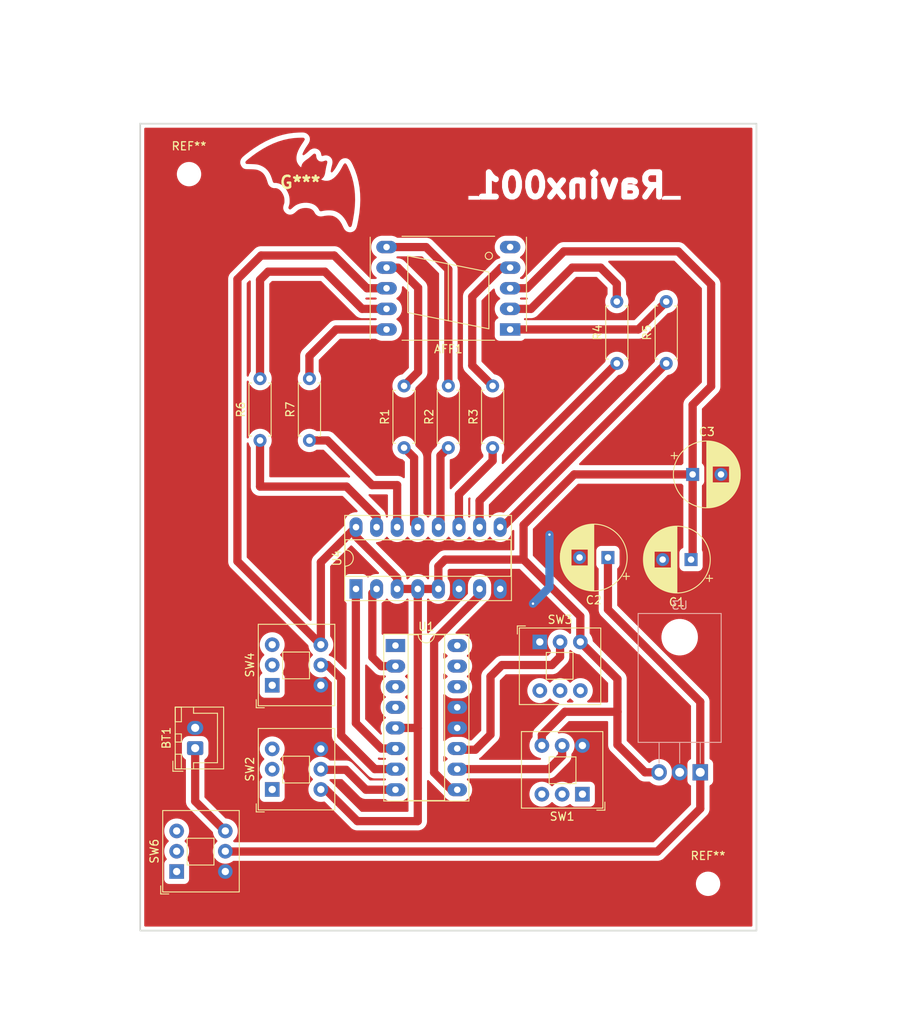
<source format=kicad_pcb>
(kicad_pcb (version 20241229) (generator "pcbnew") (generator_version "9.0")
  (layers (0 "F.Cu" signal) (2 "B.Cu" signal) (13 "F.Paste" user) (15 "B.Paste" user) (5 "F.SilkS" user "F.Silkscreen") (7 "B.SilkS" user "B.Silkscreen") (1 "F.Mask" user) (3 "B.Mask" user) (25 "Edge.Cuts" user))
  (net 0 "")
  (net 1 "Net-(AFF1-f)")
  (net 2 "Net-(AFF1-b)")
  (net 3 "GND")
  (net 4 "Net-(AFF1-a)")
  (net 5 "Net-(AFF1-e)")
  (net 6 "Net-(AFF1-g)")
  (net 7 "Net-(AFF1-d)")
  (net 8 "Net-(AFF1-c)")
  (net 9 "+5V")
  (net 10 "Net-(U1-S1)")
  (net 11 "Net-(BT1-+)")
  (net 12 "Net-(U4-~{a})")
  (net 13 "Net-(U4-~{b})")
  (net 14 "Net-(U4-~{c})")
  (net 15 "Net-(U4-~{d})")
  (net 16 "Net-(U4-~{e})")
  (net 17 "Net-(U4-~{f})")
  (net 18 "Net-(U4-~{g})")
  (net 20 "unconnected-(SW1-A-Pad1)")
  (net 21 "unconnected-(SW1-B-Pad2)")
  (net 22 "Net-(U1-A1)")
  (net 26 "Net-(U1-A2)")
  (net 30 "Net-(U1-B1)")
  (net 32 "Net-(U1-B2)")
  (net 35 "Net-(U1-S2)")
  (net 42 "Net-(U1-S3)")
  (net 43 "Net-(U3-VI)")
  (footprint "Capacitor_THT:CP_Radial_D8.0mm_P3.50mm" (layer "F.Cu") (at 164.847349 91)
    (property "Reference" "C3" (at 1.75 -5.25 0) (layer "F.SilkS"))
    (property "Value" "0.1u")
    (pad "1" thru_hole rect (at 0 0) (size 1.6 1.6) (drill 0.8) (layers "*.Cu" "*.Mask") (net 9 "+5V"))
    (pad "2" thru_hole circle (at 3.5 0) (size 1.6 1.6) (drill 0.8) (layers "*.Cu" "*.Mask") (net 3 "GND"))
  )
  (footprint "Button_Switch_THT:SW_Push_2P2T_Toggle_CK_PVA2xxH2xxxxxxV2" (layer "F.Cu") (at 151.257 130.429 180)
    (property "Reference" "SW1" (at 2.5 -2.75 0) (layer "F.SilkS"))
    (property "Value" "A0")
    (pad "1" thru_hole rect (at 0 0 180) (size 1.8 1.8) (drill 0.9) (layers "*.Cu" "*.Mask") (net 20 "unconnected-(SW1-A-Pad1)"))
    (pad "2" thru_hole circle (at 2.5 0 180) (size 1.8 1.8) (drill 0.9) (layers "*.Cu" "*.Mask") (net 21 "unconnected-(SW1-B-Pad2)"))
    (pad "3" thru_hole circle (at 5 0 180) (size 1.8 1.8) (drill 0.9) (layers "*.Cu" "*.Mask"))
    (pad "4" thru_hole circle (at 0 6 180) (size 1.8 1.8) (drill 0.9) (layers "*.Cu" "*.Mask") (net 3 "GND"))
    (pad "5" thru_hole circle (at 2.5 6 180) (size 1.8 1.8) (drill 0.9) (layers "*.Cu" "*.Mask") (net 22 "Net-(U1-A1)"))
    (pad "6" thru_hole circle (at 5 6 180) (size 1.8 1.8) (drill 0.9) (layers "*.Cu" "*.Mask") (net 9 "+5V"))
  )
  (footprint "Resistor_THT:R_Axial_DIN0207_L6.3mm_D2.5mm_P7.62mm_Horizontal" (layer "F.Cu") (at 161.5928 77.31 90)
    (property "Reference" "R5" (at 3.81 -2.37 270) (layer "F.SilkS"))
    (property "Value" "200R")
    (pad "1" thru_hole circle (at 0 0 90) (size 1.6 1.6) (drill 0.8) (layers "*.Cu" "*.Mask") (net 16 "Net-(U4-~{e})"))
    (pad "2" thru_hole oval (at 7.62 0 90) (size 1.6 1.6) (drill 0.8) (layers "*.Cu" "*.Mask") (net 5 "Net-(AFF1-e)"))
  )
  (footprint "Resistor_THT:R_Axial_DIN0207_L6.3mm_D2.5mm_P7.62mm_Horizontal" (layer "F.Cu") (at 134.7216 87.7062 90)
    (property "Reference" "R2" (at 3.81 -2.37 270) (layer "F.SilkS"))
    (property "Value" "200R")
    (pad "1" thru_hole circle (at 0 0 90) (size 1.6 1.6) (drill 0.8) (layers "*.Cu" "*.Mask") (net 13 "Net-(U4-~{b})"))
    (pad "2" thru_hole oval (at 7.62 0 90) (size 1.6 1.6) (drill 0.8) (layers "*.Cu" "*.Mask") (net 2 "Net-(AFF1-b)"))
  )
  (footprint "Connector_JST:JST_XH_B2B-XH-A_1x02_P2.50mm_Vertical" (layer "F.Cu") (at 103.5 124.75 90)
    (property "Reference" "BT1" (at 1.25 -3.55 270) (layer "F.SilkS"))
    (property "Value" "9V")
    (pad "1" thru_hole roundrect (at 0 0 90) (size 1.7 2) (drill 1) (layers "*.Cu" "*.Mask") (roundrect_rratio 0.147059) (net 11 "Net-(BT1-+)"))
    (pad "2" thru_hole oval (at 2.5 0 90) (size 1.7 2) (drill 1) (layers "*.Cu" "*.Mask") (net 3 "GND"))
  )
  (footprint "LOGO" (layer "F.Cu") (at 116.459 54.991)
    (property "Reference" "G***" (at 0 0 0) (layer "F.SilkS") (effects (font (size 1.5 1.5) (thickness 0.3))))
    (property "Value" "LOGO" (hide yes))
    (fp_poly (pts (xy 0.280837 -5.512633) (xy 0.352647 -5.50829) (xy 0.401558 -5.499328) (xy 0.4365 -5.485077) (xy 0.466406 -5.464868) (xy 0.476616 -5.456838) (xy 0.527767 -5.406311) (xy 0.55225 -5.351128) (xy 0.547958 -5.283282) (xy 0.512781 -5.194767) (xy 0.44461 -5.077576) (xy 0.341336 -4.923702) (xy 0.333047 -4.911795) (xy 0.09641 -4.555232) (xy -0.096001 -4.226659) (xy -0.247466 -3.919655) (xy -0.361269 -3.627801) (xy -0.415246 -3.448289) (xy -0.453439 -3.24938) (xy -0.469795 -3.035332) (xy -0.464452 -2.825275) (xy -0.437547 -2.63834) (xy -0.408675 -2.538592) (xy -0.33079 -2.369132) (xy -0.227924 -2.199883) (xy -0.113128 -2.050073) (xy -0.004163 -1.942669) (xy 0.112669 -1.848781) (xy 0.144151 -1.995576) (xy 0.20647 -2.195411) (xy 0.306251 -2.374981) (xy 0.449478 -2.542006) (xy 0.642132 -2.704208) (xy 0.754115 -2.782748) (xy 0.992619 -2.955024) (xy 1.246605 -3.16216) (xy 1.485971 -3.377913) (xy 1.590922 -3.471204) (xy 1.669635 -3.525515) (xy 1.732612 -3.547596) (xy 1.752163 -3.548961) (xy 1.85224 -3.523107) (xy 1.92394 -3.450631) (xy 1.961202 -3.339161) (xy 1.965127 -3.280991) (xy 1.989373 -3.083586) (xy 2.057904 -2.905621) (xy 2.164407 -2.756529) (xy 2.302571 -2.645747) (xy 2.425555 -2.592777) (xy 2.597052 -2.561944) (xy 2.763434 -2.575431) (xy 2.943538 -2.63495) (xy 2.957505 -2.641043) (xy 3.087709 -2.68707) (xy 3.186336 -2.692645) (xy 3.264423 -2.657631) (xy 3.2878 -2.636911) (xy 3.319032 -2.596077) (xy 3.335164 -2.544452) (xy 3.335481 -2.47272) (xy 3.319269 -2.371564) (xy 3.285814 -2.231668) (xy 3.245274 -2.082449) (xy 3.210548 -1.942694) (xy 3.173242 -1.766968) (xy 3.137787 -1.57754) (xy 3.108614 -1.39668) (xy 3.108108 -1.393188) (xy 3.066062 -1.146258) (xy 3.016257 -0.947469) (xy 2.954301 -0.786398) (xy 2.8758 -0.652622) (xy 2.776359 -0.535718) (xy 2.726816 -0.488713) (xy 2.653106 -0.42035) (xy 2.600692 -0.367748) (xy 2.581062 -0.342542) (xy 2.606661 -0.326554) (xy 2.673666 -0.29938) (xy 2.764376 -0.267968) (xy 3.045406 -0.202763) (xy 3.317263 -0.193009) (xy 3.5812 -0.239225) (xy 3.838466 -0.341933) (xy 4.090313 -0.501651) (xy 4.337992 -0.718899) (xy 4.582753 -0.994196) (xy 4.616835 -1.03737) (xy 4.722158 -1.17567) (xy 4.814066 -1.304452) (xy 4.900626 -1.436498) (xy 4.989908 -1.584588) (xy 5.089981 -1.761504) (xy 5.191455 -1.947617) (xy 5.276422 -2.100905) (xy 5.342183 -2.208525) (xy 5.394115 -2.278069) (xy 5.437597 -2.31713) (xy 5.461578 -2.328992) (xy 5.527228 -2.344976) (xy 5.584759 -2.33879) (xy 5.639696 -2.304639) (xy 5.697567 -2.236729) (xy 5.763898 -2.129267) (xy 5.844215 -1.976458) (xy 5.894171 -1.875456) (xy 6.165933 -1.257117) (xy 6.387011 -0.618157) (xy 6.557494 0.042598) (xy 6.677466 0.726322) (xy 6.747015 1.434187) (xy 6.766228 2.167366) (xy 6.73519 2.927033) (xy 6.653988 3.71436) (xy 6.52271 4.530521) (xy 6.407953 5.088799) (xy 6.36599 5.258834) (xy 6.324779 5.378409) (xy 6.27919 5.45543) (xy 6.22409 5.497801) (xy 6.154349 5.513428) (xy 6.131886 5.514087) (xy 6.049177 5.490671) (xy 5.994006 5.448094) (xy 5.95666 5.392315) (xy 5.905626 5.298434) (xy 5.849441 5.182636) (xy 5.823402 5.1246) (xy 5.632873 4.744847) (xy 5.41258 4.408576) (xy 5.164968 4.118182) (xy 4.89248 3.876063) (xy 4.59756 3.684615) (xy 4.282653 3.546233) (xy 4.181106 3.514414) (xy 3.963229 3.469948) (xy 3.707271 3.446485) (xy 3.429916 3.444014) (xy 3.147848 3.462519) (xy 2.877753 3.501987) (xy 2.812113 3.515555) (xy 2.65307 3.548371) (xy 2.539079 3.56241) (xy 2.458488 3.553926) (xy 2.399646 3.519172) (xy 2.350901 3.454402) (xy 2.300604 3.355868) (xy 2.297945 3.350215) (xy 2.20492 3.19796) (xy 2.071804 3.040786) (xy 1.913668 2.893725) (xy 1.745584 2.771815) (xy 1.680574 2.734326) (xy 1.408342 2.620269) (xy 1.104796 2.546436) (xy 0.781439 2.51295) (xy 0.449772 2.519936) (xy 0.121298 2.567517) (xy -0.192482 2.655818) (xy -0.334194 2.712568) (xy -0.52427 2.808609) (xy -0.700798 2.924789) (xy -0.881386 3.07339) (xy -0.97238 3.157644) (xy -1.092405 3.263674) (xy -1.186893 3.324565) (xy -1.264689 3.342706) (xy -1.334637 3.320485) (xy -1.394521 3.271656) (xy -1.437516 3.220942) (xy -1.459002 3.167714) (xy -1.458776 3.099296) (xy -1.436635 3.003012) (xy -1.392377 2.866186) (xy -1.387831 2.852984) (xy -1.353252 2.745444) (xy -1.330354 2.649806) (xy -1.316771 2.548427) (xy -1.310135 2.423664) (xy -1.308082 2.258429) (xy -1.316135 2.004825) (xy -1.345013 1.78071) (xy -1.399396 1.5663) (xy -1.483963 1.341815) (xy -1.568256 1.158545) (xy -1.733784 0.87037) (xy -1.930624 0.617801) (xy -2.152515 0.407335) (xy -2.393196 0.245469) (xy -2.498102 0.193663) (xy -2.631875 0.143665) (xy -2.778344 0.103513) (xy -2.919822 0.076737) (xy -3.038621 0.066867) (xy -3.103221 0.072933) (xy -3.204801 0.073338) (xy -3.298224 0.032198) (xy -3.361559 -0.039966) (xy -3.367494 -0.053845) (xy -3.387873 -0.113839) (xy -3.420222 -0.214474) (xy -3.459603 -0.340217) (xy -3.490262 -0.439954) (xy -3.630775 -0.824835) (xy -3.803376 -1.161373) (xy -4.009256 -1.451087) (xy -4.249605 -1.695497) (xy -4.525614 -1.896122) (xy -4.709089 -1.996239) (xy -4.868721 -2.06981) (xy -5.017132 -2.127434) (xy -5.165626 -2.17131) (xy -5.325505 -2.203637) (xy -5.508068 -2.226612) (xy -5.724619 -2.242433) (xy -5.986459 -2.253298) (xy -6.03896 -2.254888) (xy -6.666488 -2.273095) (xy -6.724709 -2.3512) (xy -6.76568 -2.448088) (xy -6.749339 -2.547761) (xy -6.679611 -2.642084) (xy -6.571183 -2.739304) (xy -6.423893 -2.862283) (xy -6.247309 -3.003681) (xy -6.050998 -3.156159) (xy -5.84453 -3.312378) (xy -5.637473 -3.464997) (xy -5.439394 -3.606678) (xy -5.27057 -3.722902) (xy -4.615047 -4.13768) (xy -3.966815 -4.495675) (xy -3.323024 -4.797881) (xy -2.680823 -5.045291) (xy -2.037361 -5.2389) (xy -1.38979 -5.379702) (xy -0.735257 -5.468691) (xy -0.161317 -5.504637) (xy 0.032787 -5.510137) (xy 0.177194 -5.513026)) (fill yes) (layer "F.Cu"))
  )
  (footprint "Resistor_THT:R_Axial_DIN0207_L6.3mm_D2.5mm_P7.62mm_Horizontal" (layer "F.Cu") (at 155.5 77.31 90)
    (property "Reference" "R4" (at 3.81 -2.37 270) (layer "F.SilkS"))
    (property "Value" "200R")
    (pad "1" thru_hole circle (at 0 0 90) (size 1.6 1.6) (drill 0.8) (layers "*.Cu" "*.Mask") (net 15 "Net-(U4-~{d})"))
    (pad "2" thru_hole oval (at 7.62 0 90) (size 1.6 1.6) (drill 0.8) (layers "*.Cu" "*.Mask") (net 7 "Net-(AFF1-d)"))
  )
  (footprint "MountingHole:MountingHole_2.5mm" (layer "F.Cu") (at 102.743 53.975)
    (property "Reference" "REF**" (at 0 -3.45 0) (layer "F.SilkS"))
    (property "Value" "MountingHole_2.5mm")
    (pad "" np_thru_hole circle (at 0 0) (size 2.5 2.5) (drill 2.5) (layers "*.Cu" "*.Mask"))
  )
  (footprint "Resistor_THT:R_Axial_DIN0207_L6.3mm_D2.5mm_P7.62mm_Horizontal" (layer "F.Cu") (at 129.2606 87.7062 90)
    (property "Reference" "R1" (at 3.81 -2.37 270) (layer "F.SilkS"))
    (property "Value" "200R")
    (pad "1" thru_hole circle (at 0 0 90) (size 1.6 1.6) (drill 0.8) (layers "*.Cu" "*.Mask") (net 12 "Net-(U4-~{a})"))
    (pad "2" thru_hole oval (at 7.62 0 90) (size 1.6 1.6) (drill 0.8) (layers "*.Cu" "*.Mask") (net 4 "Net-(AFF1-a)"))
  )
  (footprint "Display_7Segment:7SegmentLED_LTS6760_LTS6780" (layer "F.Cu") (at 142.3416 73.1266 180)
    (property "Reference" "AFF1" (at 7.62 -2.42 180) (layer "F.SilkS"))
    (property "Value" "LTS-6960HR")
    (pad "1" thru_hole rect (at 0 0 90) (size 1.524 2.524) (drill 0.8) (layers "*.Cu" "*.Mask") (net 5 "Net-(AFF1-e)"))
    (pad "2" thru_hole oval (at 0 2.54 90) (size 1.524 2.524) (drill 0.8) (layers "*.Cu" "*.Mask") (net 7 "Net-(AFF1-d)"))
    (pad "3" thru_hole oval (at 0 5.08 90) (size 1.524 2.524) (drill 0.8) (layers "*.Cu" "*.Mask") (net 9 "+5V"))
    (pad "4" thru_hole oval (at 0 7.62 90) (size 1.524 2.524) (drill 0.8) (layers "*.Cu" "*.Mask") (net 8 "Net-(AFF1-c)"))
    (pad "5" thru_hole oval (at 0 10.16 90) (size 1.524 2.524) (drill 0.8) (layers "*.Cu" "*.Mask"))
    (pad "6" thru_hole oval (at 15.24 10.16 90) (size 1.524 2.524) (drill 0.8) (layers "*.Cu" "*.Mask") (net 2 "Net-(AFF1-b)"))
    (pad "7" thru_hole oval (at 15.24 7.62 90) (size 1.524 2.524) (drill 0.8) (layers "*.Cu" "*.Mask") (net 4 "Net-(AFF1-a)"))
    (pad "8" thru_hole oval (at 15.24 5.08 90) (size 1.524 2.524) (drill 0.8) (layers "*.Cu" "*.Mask") (net 9 "+5V"))
    (pad "9" thru_hole oval (at 15.24 2.54 90) (size 1.524 2.524) (drill 0.8) (layers "*.Cu" "*.Mask") (net 1 "Net-(AFF1-f)"))
    (pad "10" thru_hole oval (at 15.24 0 90) (size 1.524 2.524) (drill 0.8) (layers "*.Cu" "*.Mask") (net 6 "Net-(AFF1-g)"))
  )
  (footprint "Button_Switch_THT:SW_Push_2P2T_Toggle_CK_PVA2xxH2xxxxxxV2" (layer "F.Cu") (at 101.2175 139.9635 90)
    (property "Reference" "SW6" (at 2.5 -2.75 90) (layer "F.SilkS"))
    (property "Value" "POWER")
    (pad "1" thru_hole rect (at 0 0 90) (size 1.8 1.8) (drill 0.9) (layers "*.Cu" "*.Mask"))
    (pad "2" thru_hole circle (at 2.5 0 90) (size 1.8 1.8) (drill 0.9) (layers "*.Cu" "*.Mask"))
    (pad "3" thru_hole circle (at 5 0 90) (size 1.8 1.8) (drill 0.9) (layers "*.Cu" "*.Mask"))
    (pad "4" thru_hole circle (at 0 6 90) (size 1.8 1.8) (drill 0.9) (layers "*.Cu" "*.Mask") (net 3 "GND"))
    (pad "5" thru_hole circle (at 2.5 6 90) (size 1.8 1.8) (drill 0.9) (layers "*.Cu" "*.Mask") (net 43 "Net-(U3-VI)"))
    (pad "6" thru_hole circle (at 5 6 90) (size 1.8 1.8) (drill 0.9) (layers "*.Cu" "*.Mask") (net 11 "Net-(BT1-+)"))
  )
  (footprint "Resistor_THT:R_Axial_DIN0207_L6.3mm_D2.5mm_P7.62mm_Horizontal" (layer "F.Cu") (at 111.5 86.81 90)
    (property "Reference" "R6" (at 3.81 -2.37 270) (layer "F.SilkS"))
    (property "Value" "200R")
    (pad "1" thru_hole circle (at 0 0 90) (size 1.6 1.6) (drill 0.8) (layers "*.Cu" "*.Mask") (net 17 "Net-(U4-~{f})"))
    (pad "2" thru_hole oval (at 7.62 0 90) (size 1.6 1.6) (drill 0.8) (layers "*.Cu" "*.Mask") (net 1 "Net-(AFF1-f)"))
  )
  (footprint "Resistor_THT:R_Axial_DIN0207_L6.3mm_D2.5mm_P7.62mm_Horizontal" (layer "F.Cu") (at 117.5928 86.81 90)
    (property "Reference" "R7" (at 3.81 -2.37 270) (layer "F.SilkS"))
    (property "Value" "200R")
    (pad "1" thru_hole circle (at 0 0 90) (size 1.6 1.6) (drill 0.8) (layers "*.Cu" "*.Mask") (net 18 "Net-(U4-~{g})"))
    (pad "2" thru_hole oval (at 7.62 0 90) (size 1.6 1.6) (drill 0.8) (layers "*.Cu" "*.Mask") (net 6 "Net-(AFF1-g)"))
  )
  (footprint "MountingHole:MountingHole_2.5mm" (layer "F.Cu") (at 166.751 141.478)
    (property "Reference" "REF**" (at 0 -3.45 0) (layer "F.SilkS"))
    (property "Value" "MountingHole_2.5mm")
    (pad "" np_thru_hole circle (at 0 0) (size 2.5 2.5) (drill 2.5) (layers "*.Cu" "*.Mask"))
  )
  (footprint "Button_Switch_THT:SW_Push_2P2T_Toggle_CK_PVA2xxH2xxxxxxV2" (layer "F.Cu") (at 113 117 90)
    (property "Reference" "SW4" (at 2.5 -2.75 270) (layer "F.SilkS"))
    (property "Value" "B1")
    (pad "1" thru_hole rect (at 0 0 90) (size 1.8 1.8) (drill 0.9) (layers "*.Cu" "*.Mask"))
    (pad "2" thru_hole circle (at 2.5 0 90) (size 1.8 1.8) (drill 0.9) (layers "*.Cu" "*.Mask"))
    (pad "3" thru_hole circle (at 5 0 90) (size 1.8 1.8) (drill 0.9) (layers "*.Cu" "*.Mask"))
    (pad "4" thru_hole circle (at 0 6 90) (size 1.8 1.8) (drill 0.9) (layers "*.Cu" "*.Mask") (net 3 "GND"))
    (pad "5" thru_hole circle (at 2.5 6 90) (size 1.8 1.8) (drill 0.9) (layers "*.Cu" "*.Mask") (net 32 "Net-(U1-B2)"))
    (pad "6" thru_hole circle (at 5 6 90) (size 1.8 1.8) (drill 0.9) (layers "*.Cu" "*.Mask") (net 9 "+5V"))
  )
  (footprint "Capacitor_THT:CP_Radial_D8.0mm_P3.50mm" (layer "F.Cu") (at 154.402651 101.25 180)
    (property "Reference" "C2" (at 1.75 -5.25 180) (layer "F.SilkS"))
    (property "Value" "0.22u")
    (pad "1" thru_hole rect (at 0 0 180) (size 1.6 1.6) (drill 0.8) (layers "*.Cu" "*.Mask") (net 43 "Net-(U3-VI)"))
    (pad "2" thru_hole circle (at 3.5 0 180) (size 1.6 1.6) (drill 0.8) (layers "*.Cu" "*.Mask") (net 3 "GND"))
  )
  (footprint "Package_DIP:DIP-16_W7.62mm_Socket_LongPads" (layer "F.Cu") (at 128.2 112.1)
    (property "Reference" "U1" (at 3.81 -2.33 0) (layer "F.SilkS"))
    (property "Value" "74LS83")
    (pad "1" thru_hole rect (at 0 0) (size 2.4 1.6) (drill 0.8) (layers "*.Cu" "*.Mask"))
    (pad "2" thru_hole oval (at 0 2.54) (size 2.4 1.6) (drill 0.8) (layers "*.Cu" "*.Mask") (net 42 "Net-(U1-S3)"))
    (pad "3" thru_hole oval (at 0 5.08) (size 2.4 1.6) (drill 0.8) (layers "*.Cu" "*.Mask"))
    (pad "4" thru_hole oval (at 0 7.62) (size 2.4 1.6) (drill 0.8) (layers "*.Cu" "*.Mask"))
    (pad "5" thru_hole oval (at 0 10.16) (size 2.4 1.6) (drill 0.8) (layers "*.Cu" "*.Mask") (net 9 "+5V"))
    (pad "6" thru_hole oval (at 0 12.7) (size 2.4 1.6) (drill 0.8) (layers "*.Cu" "*.Mask") (net 35 "Net-(U1-S2)"))
    (pad "7" thru_hole oval (at 0 15.24) (size 2.4 1.6) (drill 0.8) (layers "*.Cu" "*.Mask") (net 32 "Net-(U1-B2)"))
    (pad "8" thru_hole oval (at 0 17.78) (size 2.4 1.6) (drill 0.8) (layers "*.Cu" "*.Mask") (net 26 "Net-(U1-A2)"))
    (pad "9" thru_hole oval (at 7.62 17.78) (size 2.4 1.6) (drill 0.8) (layers "*.Cu" "*.Mask") (net 10 "Net-(U1-S1)"))
    (pad "10" thru_hole oval (at 7.62 15.24) (size 2.4 1.6) (drill 0.8) (layers "*.Cu" "*.Mask") (net 22 "Net-(U1-A1)"))
    (pad "11" thru_hole oval (at 7.62 12.7) (size 2.4 1.6) (drill 0.8) (layers "*.Cu" "*.Mask") (net 30 "Net-(U1-B1)"))
    (pad "12" thru_hole oval (at 7.62 10.16) (size 2.4 1.6) (drill 0.8) (layers "*.Cu" "*.Mask") (net 3 "GND"))
    (pad "13" thru_hole oval (at 7.62 7.62) (size 2.4 1.6) (drill 0.8) (layers "*.Cu" "*.Mask") (net 3 "GND"))
    (pad "14" thru_hole oval (at 7.62 5.08) (size 2.4 1.6) (drill 0.8) (layers "*.Cu" "*.Mask"))
    (pad "15" thru_hole oval (at 7.62 2.54) (size 2.4 1.6) (drill 0.8) (layers "*.Cu" "*.Mask"))
    (pad "16" thru_hole oval (at 7.62 0) (size 2.4 1.6) (drill 0.8) (layers "*.Cu" "*.Mask"))
  )
  (footprint "Button_Switch_THT:SW_Push_2P2T_Toggle_CK_PVA2xxH2xxxxxxV2" (layer "F.Cu") (at 146 111.655)
    (property "Reference" "SW3" (at 2.5 -2.75 0) (layer "F.SilkS"))
    (property "Value" "B0")
    (pad "1" thru_hole rect (at 0 0) (size 1.8 1.8) (drill 0.9) (layers "*.Cu" "*.Mask") (net 3 "GND"))
    (pad "2" thru_hole circle (at 2.5 0) (size 1.8 1.8) (drill 0.9) (layers "*.Cu" "*.Mask") (net 30 "Net-(U1-B1)"))
    (pad "3" thru_hole circle (at 5 0) (size 1.8 1.8) (drill 0.9) (layers "*.Cu" "*.Mask") (net 9 "+5V"))
    (pad "4" thru_hole circle (at 0 6) (size 1.8 1.8) (drill 0.9) (layers "*.Cu" "*.Mask"))
    (pad "5" thru_hole circle (at 2.5 6) (size 1.8 1.8) (drill 0.9) (layers "*.Cu" "*.Mask"))
    (pad "6" thru_hole circle (at 5 6) (size 1.8 1.8) (drill 0.9) (layers "*.Cu" "*.Mask"))
  )
  (footprint "Button_Switch_THT:SW_Push_2P2T_Toggle_CK_PVA2xxH2xxxxxxV2" (layer "F.Cu") (at 113 129.845 90)
    (property "Reference" "SW2" (at 2.5 -2.75 270) (layer "F.SilkS"))
    (property "Value" "A1")
    (pad "1" thru_hole rect (at 0 0 90) (size 1.8 1.8) (drill 0.9) (layers "*.Cu" "*.Mask"))
    (pad "2" thru_hole circle (at 2.5 0 90) (size 1.8 1.8) (drill 0.9) (layers "*.Cu" "*.Mask"))
    (pad "3" thru_hole circle (at 5 0 90) (size 1.8 1.8) (drill 0.9) (layers "*.Cu" "*.Mask"))
    (pad "4" thru_hole circle (at 0 6 90) (size 1.8 1.8) (drill 0.9) (layers "*.Cu" "*.Mask") (net 9 "+5V"))
    (pad "5" thru_hole circle (at 2.5 6 90) (size 1.8 1.8) (drill 0.9) (layers "*.Cu" "*.Mask") (net 26 "Net-(U1-A2)"))
    (pad "6" thru_hole circle (at 5 6 90) (size 1.8 1.8) (drill 0.9) (layers "*.Cu" "*.Mask") (net 3 "GND"))
  )
  (footprint "Capacitor_THT:CP_Radial_D8.0mm_P3.50mm" (layer "F.Cu") (at 164.652651 101.5 180)
    (property "Reference" "C1" (at 1.75 -5.25 180) (layer "F.SilkS"))
    (property "Value" "10u")
    (pad "1" thru_hole rect (at 0 0 180) (size 1.6 1.6) (drill 0.8) (layers "*.Cu" "*.Mask") (net 9 "+5V"))
    (pad "2" thru_hole circle (at 3.5 0 180) (size 1.6 1.6) (drill 0.8) (layers "*.Cu" "*.Mask") (net 3 "GND"))
  )
  (footprint "Package_DIP:DIP-16_W7.62mm_Socket_LongPads" (layer "F.Cu") (at 123.3324 105.1206 90)
    (property "Reference" "U4" (at 3.81 -2.33 270) (layer "F.SilkS"))
    (property "Value" "7447")
    (pad "1" thru_hole rect (at 0 0 90) (size 2.4 1.6) (drill 0.8) (layers "*.Cu" "*.Mask") (net 35 "Net-(U1-S2)"))
    (pad "2" thru_hole oval (at 0 2.54 90) (size 2.4 1.6) (drill 0.8) (layers "*.Cu" "*.Mask") (net 42 "Net-(U1-S3)"))
    (pad "3" thru_hole oval (at 0 5.08 90) (size 2.4 1.6) (drill 0.8) (layers "*.Cu" "*.Mask") (net 9 "+5V"))
    (pad "4" thru_hole oval (at 0 7.62 90) (size 2.4 1.6) (drill 0.8) (layers "*.Cu" "*.Mask") (net 9 "+5V"))
    (pad "5" thru_hole oval (at 0 10.16 90) (size 2.4 1.6) (drill 0.8) (layers "*.Cu" "*.Mask") (net 9 "+5V"))
    (pad "6" thru_hole oval (at 0 12.7 90) (size 2.4 1.6) (drill 0.8) (layers "*.Cu" "*.Mask") (net 3 "GND"))
    (pad "7" thru_hole oval (at 0 15.24 90) (size 2.4 1.6) (drill 0.8) (layers "*.Cu" "*.Mask") (net 10 "Net-(U1-S1)"))
    (pad "8" thru_hole oval (at 0 17.78 90) (size 2.4 1.6) (drill 0.8) (layers "*.Cu" "*.Mask") (net 3 "GND"))
    (pad "9" thru_hole oval (at 7.62 17.78 90) (size 2.4 1.6) (drill 0.8) (layers "*.Cu" "*.Mask") (net 16 "Net-(U4-~{e})"))
    (pad "10" thru_hole oval (at 7.62 15.24 90) (size 2.4 1.6) (drill 0.8) (layers "*.Cu" "*.Mask") (net 15 "Net-(U4-~{d})"))
    (pad "11" thru_hole oval (at 7.62 12.7 90) (size 2.4 1.6) (drill 0.8) (layers "*.Cu" "*.Mask") (net 14 "Net-(U4-~{c})"))
    (pad "12" thru_hole oval (at 7.62 10.16 90) (size 2.4 1.6) (drill 0.8) (layers "*.Cu" "*.Mask") (net 13 "Net-(U4-~{b})"))
    (pad "13" thru_hole oval (at 7.62 7.62 90) (size 2.4 1.6) (drill 0.8) (layers "*.Cu" "*.Mask") (net 12 "Net-(U4-~{a})"))
    (pad "14" thru_hole oval (at 7.62 5.08 90) (size 2.4 1.6) (drill 0.8) (layers "*.Cu" "*.Mask") (net 18 "Net-(U4-~{g})"))
    (pad "15" thru_hole oval (at 7.62 2.54 90) (size 2.4 1.6) (drill 0.8) (layers "*.Cu" "*.Mask") (net 17 "Net-(U4-~{f})"))
    (pad "16" thru_hole oval (at 7.62 0 90) (size 2.4 1.6) (drill 0.8) (layers "*.Cu" "*.Mask") (net 9 "+5V"))
  )
  (footprint "Resistor_THT:R_Axial_DIN0207_L6.3mm_D2.5mm_P7.62mm_Horizontal" (layer "F.Cu") (at 140.1826 87.7062 90)
    (property "Reference" "R3" (at 3.81 -2.37 270) (layer "F.SilkS"))
    (property "Value" "200R")
    (pad "1" thru_hole circle (at 0 0 90) (size 1.6 1.6) (drill 0.8) (layers "*.Cu" "*.Mask") (net 14 "Net-(U4-~{c})"))
    (pad "2" thru_hole oval (at 7.62 0 90) (size 1.6 1.6) (drill 0.8) (layers "*.Cu" "*.Mask") (net 8 "Net-(AFF1-c)"))
  )
  (footprint "Package_TO_SOT_THT:TO-220-3_Horizontal_TabDown" (layer "B.Cu") (at 165.79 127.73 180)
    (property "Reference" "U3" (at 2.54 20.58 180) (layer "B.SilkS") (effects (justify mirror)))
    (property "Value" "LM7805_TO220")
    (pad "" np_thru_hole oval (at 2.54 16.66 180) (size 3.5 3.5) (drill 3.5) (layers "*.Cu" "*.Mask"))
    (pad "1" thru_hole rect (at 0 0 180) (size 1.905 2) (drill 1.1) (layers "*.Cu" "*.Mask") (net 43 "Net-(U3-VI)"))
    (pad "2" thru_hole oval (at 2.54 0 180) (size 1.905 2) (drill 1.1) (layers "*.Cu" "*.Mask") (net 3 "GND"))
    (pad "3" thru_hole oval (at 5.08 0 180) (size 1.905 2) (drill 1.1) (layers "*.Cu" "*.Mask") (net 9 "+5V"))
  )
  (gr_rect (start 96.7216 47.75) (end 172.7216 147.25) (stroke (width 0.2)) (fill no) (layer "Edge.Cuts"))
  (gr_text "_Ravinx001_" (at 164.211 57.15 0) (layer "F.Cu" knockout) (effects (font (size 3 3) (thickness 0.75) (bold yes)) (justify left bottom mirror)))
  (segment (start 111.5 67) (end 111.5 79.19) (width 1.016) (layer "F.Cu") (net 1))
  (segment (start 119.5 66) (end 112.5 66) (width 1.016) (layer "F.Cu") (net 1))
  (segment (start 112.5 66) (end 111.5 67) (width 1.016) (layer "F.Cu") (net 1))
  (segment (start 127.1016 70.5866) (end 124.0866 70.5866) (width 1.016) (layer "F.Cu") (net 1))
  (segment (start 124.0866 70.5866) (end 119.5 66) (width 1.016) (layer "F.Cu") (net 1))
  (segment (start 131.9666 62.9666) (end 127.1016 62.9666) (width 1.016) (layer "F.Cu") (net 2))
  (segment (start 134.7216 80.0862) (end 134.7216 65.7216) (width 1.016) (layer "F.Cu") (net 2))
  (segment (start 134.7216 65.7216) (end 131.9666 62.9666) (width 1.016) (layer "F.Cu") (net 2))
  (via (at 147.193 98.425) (size 0.6) (drill 0.3) (layers "F.Cu" "B.Cu") (net 3))
  (via (at 145.161 106.934) (size 0.6) (drill 0.3) (layers "F.Cu" "B.Cu") (net 3))
  (segment (start 145.161 106.934) (end 147.193 104.902) (width 1.016) (layer "B.Cu") (net 3))
  (segment (start 147.193 104.902) (end 147.193 98.425) (width 1.016) (layer "B.Cu") (net 3))
  (segment (start 128.5066 65.5066) (end 127.1016 65.5066) (width 1.016) (layer "F.Cu") (net 4))
  (segment (start 131 68) (end 128.5066 65.5066) (width 1.016) (layer "F.Cu") (net 4))
  (segment (start 129.2606 80.0862) (end 131 78.3468) (width 1.016) (layer "F.Cu") (net 4))
  (segment (start 131 78.3468) (end 131 68) (width 1.016) (layer "F.Cu") (net 4))
  (segment (start 158.1562 73.1266) (end 161.5928 69.69) (width 1.016) (layer "F.Cu") (net 5))
  (segment (start 142.3416 73.1266) (end 158.1562 73.1266) (width 1.016) (layer "F.Cu") (net 5))
  (segment (start 127.1016 73.1266) (end 120.8734 73.1266) (width 1.016) (layer "F.Cu") (net 6))
  (segment (start 120.8734 73.1266) (end 117.5928 76.4072) (width 1.016) (layer "F.Cu") (net 6))
  (segment (start 117.5928 76.4072) (end 117.5928 79.19) (width 1.016) (layer "F.Cu") (net 6))
  (segment (start 142.3416 70.5866) (end 144.9134 70.5866) (width 1.016) (layer "F.Cu") (net 7))
  (segment (start 153.5 65.5) (end 155.5 67.5) (width 1.016) (layer "F.Cu") (net 7))
  (segment (start 155.5 67.5) (end 155.5 69.69) (width 1.016) (layer "F.Cu") (net 7))
  (segment (start 150 65.5) (end 153.5 65.5) (width 1.016) (layer "F.Cu") (net 7))
  (segment (start 144.9134 70.5866) (end 150 65.5) (width 1.016) (layer "F.Cu") (net 7))
  (segment (start 141.233933 65.5066) (end 141.5288 65.5066) (width 1.016) (layer "F.Cu") (net 8))
  (segment (start 140.1826 80.0862) (end 137.668 77.5716) (width 1.016) (layer "F.Cu") (net 8))
  (segment (start 137.668 69.072533) (end 141.233933 65.5066) (width 1.016) (layer "F.Cu") (net 8))
  (segment (start 137.668 77.5716) (end 137.668 69.072533) (width 1.016) (layer "F.Cu") (net 8))
  (segment (start 144.4244 68.0466) (end 148.971 63.5) (width 1.016) (layer "F.Cu") (net 9))
  (segment (start 164.847349 101.305302) (end 164.652651 101.5) (width 1.016) (layer "F.Cu") (net 9))
  (segment (start 142.3416 68.0466) (end 144.4244 68.0466) (width 1.016) (layer "F.Cu") (net 9))
  (segment (start 128.4124 103.7426) (end 128.4124 105.1206) (width 1.016) (layer "F.Cu") (net 9))
  (segment (start 123.5 133.75) (end 130.937 133.75) (width 1.016) (layer "F.Cu") (net 9))
  (segment (start 123.3324 98.6626) (end 128.4124 103.7426) (width 1.016) (layer "F.Cu") (net 9))
  (segment (start 130.9524 105.1206) (end 131.23 105.3982) (width 1.016) (layer "F.Cu") (net 9))
  (segment (start 150.23908 91) (end 164.847349 91) (width 1.016) (layer "F.Cu") (net 9))
  (segment (start 155.575 116.23) (end 155.575 120.269) (width 1.016) (layer "F.Cu") (net 9))
  (segment (start 146.257 124.429) (end 146.257 123.11) (width 1.016) (layer "F.Cu") (net 9))
  (segment (start 123.3324 97.5006) (end 119 101.833) (width 1.016) (layer "F.Cu") (net 9))
  (segment (start 108.712 101.712) (end 119 112) (width 1.016) (layer "F.Cu") (net 9))
  (segment (start 148.971 63.5) (end 163.068 63.5) (width 1.016) (layer "F.Cu") (net 9))
  (segment (start 108.712 66.929) (end 108.712 101.712) (width 1.016) (layer "F.Cu") (net 9))
  (segment (start 130.9524 105.1206) (end 130.9524 122.301) (width 1.016) (layer "F.Cu") (net 9))
  (segment (start 133.4924 102.331993) (end 134.324393 101.5) (width 1.016) (layer "F.Cu") (net 9))
  (segment (start 130.9524 122.301) (end 130.9524 133.7346) (width 1.016) (layer "F.Cu") (net 9))
  (segment (start 151 108.5) (end 151 111.655) (width 1.016) (layer "F.Cu") (net 9))
  (segment (start 134.324393 101.5) (end 144 101.5) (width 1.016) (layer "F.Cu") (net 9))
  (segment (start 111.633 64.008) (end 108.712 66.929) (width 1.016) (layer "F.Cu") (net 9))
  (segment (start 151 111.655) (end 155.575 116.23) (width 1.016) (layer "F.Cu") (net 9))
  (segment (start 144 101.5) (end 144 97.23908) (width 1.016) (layer "F.Cu") (net 9))
  (segment (start 155.575 124.333) (end 158.972 127.73) (width 1.016) (layer "F.Cu") (net 9))
  (segment (start 158.972 127.73) (end 160.71 127.73) (width 1.016) (layer "F.Cu") (net 9))
  (segment (start 164.847349 91) (end 164.847349 101.305302) (width 1.016) (layer "F.Cu") (net 9))
  (segment (start 133.4924 105.1206) (end 133.4924 102.331993) (width 1.016) (layer "F.Cu") (net 9))
  (segment (start 123.3324 97.5006) (end 123.3324 98.6626) (width 1.016) (layer "F.Cu") (net 9))
  (segment (start 130.9524 133.7346) (end 130.937 133.75) (width 1.016) (layer "F.Cu") (net 9))
  (segment (start 128.2 122.26) (end 130.9114 122.26) (width 1.016) (layer "F.Cu") (net 9))
  (segment (start 127.1016 68.0466) (end 124.6886 68.0466) (width 1.016) (layer "F.Cu") (net 9))
  (segment (start 144 97.23908) (end 150.23908 91) (width 1.016) (layer "F.Cu") (net 9))
  (segment (start 130.9114 122.26) (end 130.9524 122.301) (width 1.016) (layer "F.Cu") (net 9))
  (segment (start 120.65 64.008) (end 111.633 64.008) (width 1.016) (layer "F.Cu") (net 9))
  (segment (start 149.098 120.269) (end 155.575 120.269) (width 1.016) (layer "F.Cu") (net 9))
  (segment (start 130.9524 105.1206) (end 133.4924 105.1206) (width 1.016) (layer "F.Cu") (net 9))
  (segment (start 130.9524 105.1206) (end 128.4124 105.1206) (width 1.016) (layer "F.Cu") (net 9))
  (segment (start 164.847349 82.421651) (end 164.847349 91) (width 1.016) (layer "F.Cu") (net 9))
  (segment (start 167.132 67.564) (end 167.132 80.137) (width 1.016) (layer "F.Cu") (net 9))
  (segment (start 155.575 120.269) (end 155.575 124.333) (width 1.016) (layer "F.Cu") (net 9))
  (segment (start 144 101.5) (end 151 108.5) (width 1.016) (layer "F.Cu") (net 9))
  (segment (start 146.257 123.11) (end 149.098 120.269) (width 1.016) (layer "F.Cu") (net 9))
  (segment (start 119 101.833) (end 119 112) (width 1.016) (layer "F.Cu") (net 9))
  (segment (start 119 129.845) (end 119.595 129.845) (width 1.016) (layer "F.Cu") (net 9))
  (segment (start 119.595 129.845) (end 123.5 133.75) (width 1.016) (layer "F.Cu") (net 9))
  (segment (start 167.132 80.137) (end 164.847349 82.421651) (width 1.016) (layer "F.Cu") (net 9))
  (segment (start 163.068 63.5) (end 167.132 67.564) (width 1.016) (layer "F.Cu") (net 9))
  (segment (start 124.6886 68.0466) (end 120.65 64.008) (width 1.016) (layer "F.Cu") (net 9))
  (segment (start 132.969 111.506) (end 132.969 127.762) (width 1.016) (layer "F.Cu") (net 10))
  (segment (start 135.087 129.88) (end 135.82 129.88) (width 1.016) (layer "F.Cu") (net 10))
  (segment (start 132.969 127.762) (end 135.087 129.88) (width 1.016) (layer "F.Cu") (net 10))
  (segment (start 138.5724 105.1206) (end 138.5724 105.9026) (width 1.016) (layer "F.Cu") (net 10))
  (segment (start 138.5724 105.9026) (end 132.969 111.506) (width 1.016) (layer "F.Cu") (net 10))
  (segment (start 103.5 124.75) (end 103.5 131.3) (width 1.016) (layer "F.Cu") (net 11))
  (segment (start 103.5 131.3) (end 107.1635 134.9635) (width 1.016) (layer "F.Cu") (net 11))
  (segment (start 107.1635 134.9635) (end 107.2175 134.9635) (width 1.016) (layer "F.Cu") (net 11))
  (segment (start 130.5 88.9456) (end 129.2606 87.7062) (width 1.016) (layer "F.Cu") (net 12))
  (segment (start 130.9524 97.5006) (end 130.5 97.0482) (width 1.016) (layer "F.Cu") (net 12))
  (segment (start 130.5 97.0482) (end 130.5 88.9456) (width 1.016) (layer "F.Cu") (net 12))
  (segment (start 133.75 88.6778) (end 134.7216 87.7062) (width 1.016) (layer "F.Cu") (net 13))
  (segment (start 133.75 97.243) (end 133.75 88.6778) (width 1.016) (layer "F.Cu") (net 13))
  (segment (start 133.4924 97.5006) (end 133.75 97.243) (width 1.016) (layer "F.Cu") (net 13))
  (segment (start 136.0324 97.5006) (end 136.0324 93.4676) (width 1.016) (layer "F.Cu") (net 14))
  (segment (start 136.0324 93.4676) (end 140.1826 89.3174) (width 1.016) (layer "F.Cu") (net 14))
  (segment (start 140.1826 89.3174) (end 140.1826 87.7062) (width 1.016) (layer "F.Cu") (net 14))
  (segment (start 138.5724 94.2376) (end 155.5 77.31) (width 1.016) (layer "F.Cu") (net 15))
  (segment (start 138.5724 97.5006) (end 138.5724 94.2376) (width 1.016) (layer "F.Cu") (net 15))
  (segment (start 141.1124 97.5006) (end 141.4022 97.5006) (width 1.016) (layer "F.Cu") (net 16))
  (segment (start 141.4022 97.5006) (end 161.5928 77.31) (width 1.016) (layer "F.Cu") (net 16))
  (segment (start 125.8724 97.5006) (end 125.8724 96.2116) (width 1.016) (layer "F.Cu") (net 17))
  (segment (start 125.8724 96.2116) (end 122.1608 92.5) (width 1.016) (layer "F.Cu") (net 17))
  (segment (start 111.5 92.5) (end 111.5 86.81) (width 1.016) (layer "F.Cu") (net 17))
  (segment (start 122.1608 92.5) (end 111.5 92.5) (width 1.016) (layer "F.Cu") (net 17))
  (segment (start 119.81 86.81) (end 117.5928 86.81) (width 1.016) (layer "F.Cu") (net 18))
  (segment (start 128.4124 92.319) (end 125.319 92.319) (width 1.016) (layer "F.Cu") (net 18))
  (segment (start 128.4124 97.5006) (end 128.4124 92.319) (width 1.016) (layer "F.Cu") (net 18))
  (segment (start 125.319 92.319) (end 119.81 86.81) (width 1.016) (layer "F.Cu") (net 18))
  (segment (start 151.328 130.5) (end 151.257 130.429) (width 1.016) (layer "F.Cu") (net 20))
  (segment (start 148.75 130.422) (end 148.757 130.429) (width 1.016) (layer "F.Cu") (net 21))
  (segment (start 147.118792 127.34) (end 135.82 127.34) (width 1.016) (layer "F.Cu") (net 22))
  (segment (start 148.757 125.701792) (end 147.118792 127.34) (width 1.016) (layer "F.Cu") (net 22))
  (segment (start 148.757 124.429) (end 148.757 125.701792) (width 1.016) (layer "F.Cu") (net 22))
  (segment (start 128.2 129.88) (end 124.560367 129.88) (width 1.016) (layer "F.Cu") (net 26))
  (segment (start 124.560367 129.88) (end 122.102867 127.4225) (width 1.016) (layer "F.Cu") (net 26))
  (segment (start 122.102867 127.4225) (end 119.0775 127.4225) (width 1.016) (layer "F.Cu") (net 26))
  (segment (start 119.0775 127.4225) (end 119 127.345) (width 1.016) (layer "F.Cu") (net 26))
  (segment (start 148.5 113.5) (end 148.5 111.655) (width 1.016) (layer "F.Cu") (net 30))
  (segment (start 147.5 114.5) (end 148.5 113.5) (width 1.016) (layer "F.Cu") (net 30))
  (segment (start 138.053983 124.946017) (end 139.921662 123.078338) (width 1.016) (layer "F.Cu") (net 30))
  (segment (start 141.343324 114.5) (end 147.5 114.5) (width 1.016) (layer "F.Cu") (net 30))
  (segment (start 135.82 124.8) (end 136.068607 124.8) (width 1.016) (layer "F.Cu") (net 30))
  (segment (start 136.214624 124.946017) (end 138.053983 124.946017) (width 1.016) (layer "F.Cu") (net 30))
  (segment (start 139.921662 123.078338) (end 139.921662 115.921662) (width 1.016) (layer "F.Cu") (net 30))
  (segment (start 139.921662 115.921662) (end 141.343324 114.5) (width 1.016) (layer "F.Cu") (net 30))
  (segment (start 136.068607 124.8) (end 136.214624 124.946017) (width 1.016) (layer "F.Cu") (net 30))
  (segment (start 121.5 116.174276) (end 119.825724 114.5) (width 1.016) (layer "F.Cu") (net 32))
  (segment (start 128.2 127.34) (end 125.66 127.34) (width 1.016) (layer "F.Cu") (net 32))
  (segment (start 121.5 123.18) (end 121.5 116.174276) (width 1.016) (layer "F.Cu") (net 32))
  (segment (start 125.66 127.34) (end 121.5 123.18) (width 1.016) (layer "F.Cu") (net 32))
  (segment (start 119.825724 114.5) (end 119 114.5) (width 1.016) (layer "F.Cu") (net 32))
  (segment (start 123.317 105.136) (end 123.3324 105.1206) (width 1.016) (layer "F.Cu") (net 35))
  (segment (start 126.451 124.8) (end 123.317 121.666) (width 1.016) (layer "F.Cu") (net 35))
  (segment (start 123.317 121.666) (end 123.317 105.136) (width 1.016) (layer "F.Cu") (net 35))
  (segment (start 128.2 124.8) (end 126.451 124.8) (width 1.016) (layer "F.Cu") (net 35))
  (segment (start 125.8724 105.1206) (end 125.349 105.644) (width 1.016) (layer "F.Cu") (net 42))
  (segment (start 125.349 113.537) (end 126.452 114.64) (width 1.016) (layer "F.Cu") (net 42))
  (segment (start 125.349 105.644) (end 125.349 113.537) (width 1.016) (layer "F.Cu") (net 42))
  (segment (start 126.452 114.64) (end 128.2 114.64) (width 1.016) (layer "F.Cu") (net 42))
  (segment (start 165.79 119.04) (end 165.79 127.73) (width 1.016) (layer "F.Cu") (net 43))
  (segment (start 154.402651 107.652651) (end 165.79 119.04) (width 1.016) (layer "F.Cu") (net 43))
  (segment (start 165.79 132.21) (end 160.5 137.5) (width 1.016) (layer "F.Cu") (net 43))
  (segment (start 107.254 137.5) (end 107.2175 137.4635) (width 1.016) (layer "F.Cu") (net 43))
  (segment (start 154.402651 101.25) (end 154.402651 107.652651) (width 1.016) (layer "F.Cu") (net 43))
  (segment (start 165.79 127.73) (end 165.79 132.21) (width 1.016) (layer "F.Cu") (net 43))
  (segment (start 160.5 137.5) (end 107.254 137.5) (width 1.016) (layer "F.Cu") (net 43))
  (zone (net 3) (net_name "GND") (layer "F.Cu") (connect_pads yes (clearance 0.5)) (min_thickness 0.25) (fill yes (thermal_gap 0.5) (thermal_bridge_width 0.5) (island_removal_mode 1) (island_area_min 10))
    (polygon (pts (xy 79.431183 33.502834) (xy 190.181183 32.502834) (xy 189.931183 158.752834) (xy 80.931183 157.752834)))
  )
)
</source>
